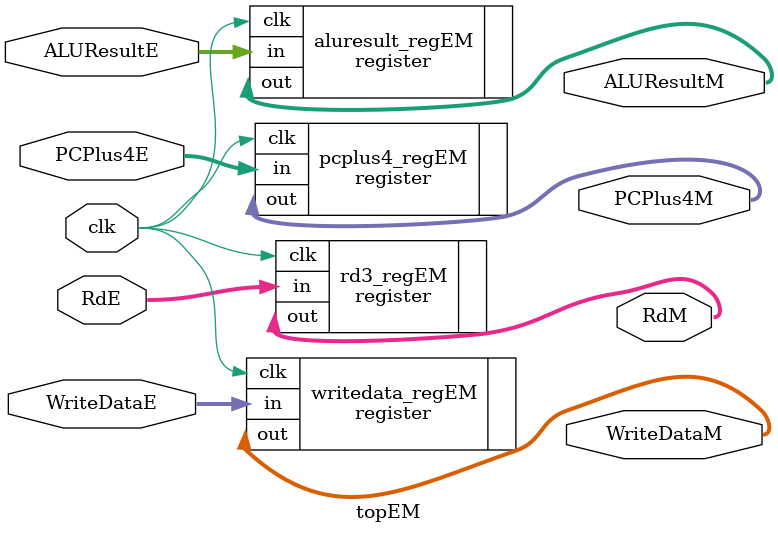
<source format=sv>
module topEM#(
    parameter DATA_WIDTH = 32
)(
    input logic clk,
    input logic [DATA_WIDTH-1:0]     ALUResultE,
    input logic [DATA_WIDTH-1:0]     WriteDataE,
    input logic [DATA_WIDTH-1:0]     PCPlus4E,
    input logic [4:0]                RdE,

    output logic [DATA_WIDTH-1:0]    ALUResultM,
    output logic [DATA_WIDTH-1:0]    WriteDataM,
    output logic [DATA_WIDTH-1:0]    PCPlus4M,
    output logic [4:0]               RdM
);

register aluresult_regEM(
    .clk(clk),
    .in(ALUResultE),
    .out(ALUResultM)
);

register writedata_regEM(
    .clk(clk),
    .in(WriteDataE),
    .out(WriteDataM)
);

register #(5) rd3_regEM(  // destination register, initialise DATA_WIDTH to 5
    .clk(clk),
    .in(RdE),
    .out(RdM)
);

register pcplus4_regEM(
    .clk(clk),
    .in(PCPlus4E),
    .out(PCPlus4M)
);

endmodule

</source>
